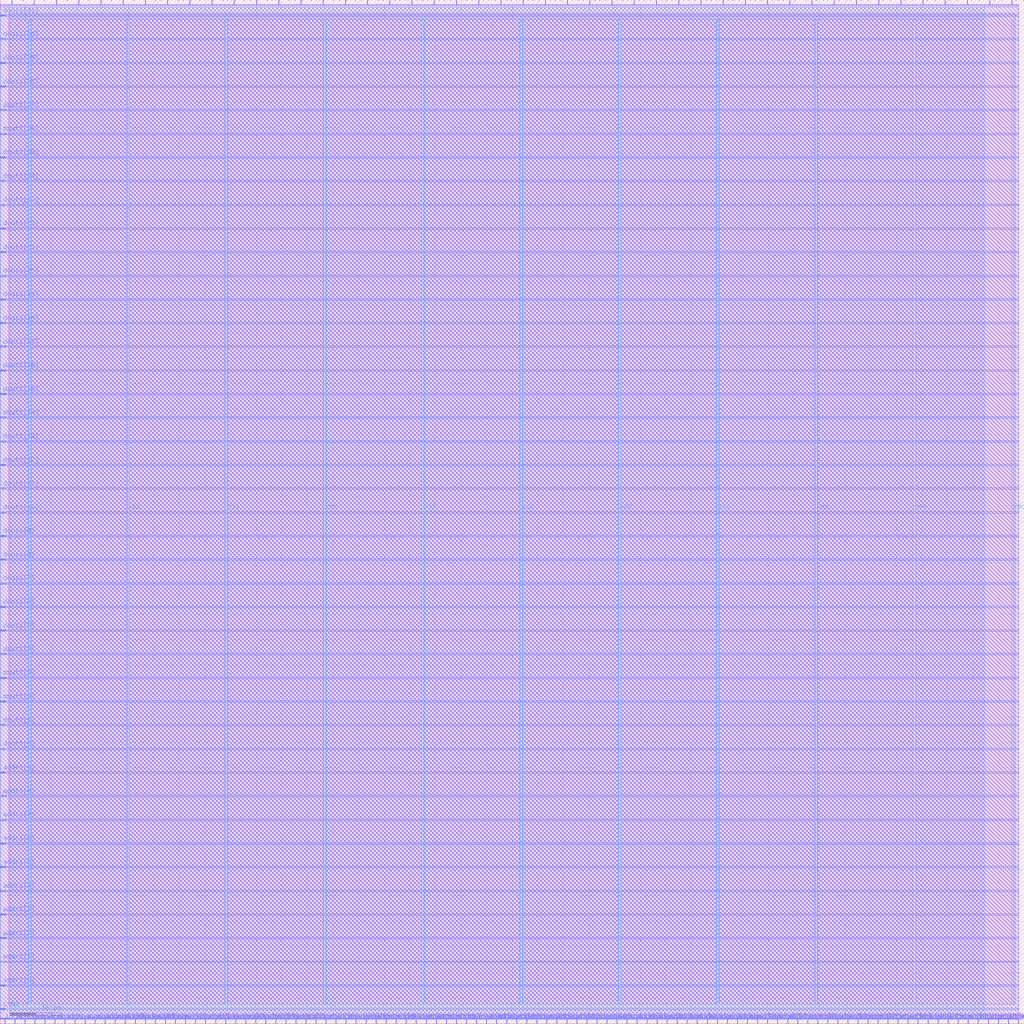
<source format=lef>
VERSION 5.7 ;
  NOWIREEXTENSIONATPIN ON ;
  DIVIDERCHAR "/" ;
  BUSBITCHARS "[]" ;
MACRO wfg_top
  CLASS BLOCK ;
  FOREIGN wfg_top ;
  ORIGIN 0.000 0.000 ;
  SIZE 800.000 BY 800.000 ;
  PIN addr1[0]
    DIRECTION OUTPUT TRISTATE ;
    USE SIGNAL ;
    PORT
      LAYER Metal3 ;
        RECT 0.000 29.680 4.000 30.240 ;
    END
  END addr1[0]
  PIN addr1[1]
    DIRECTION OUTPUT TRISTATE ;
    USE SIGNAL ;
    PORT
      LAYER Metal3 ;
        RECT 0.000 48.160 4.000 48.720 ;
    END
  END addr1[1]
  PIN addr1[2]
    DIRECTION OUTPUT TRISTATE ;
    USE SIGNAL ;
    PORT
      LAYER Metal3 ;
        RECT 0.000 66.640 4.000 67.200 ;
    END
  END addr1[2]
  PIN addr1[3]
    DIRECTION OUTPUT TRISTATE ;
    USE SIGNAL ;
    PORT
      LAYER Metal3 ;
        RECT 0.000 85.120 4.000 85.680 ;
    END
  END addr1[3]
  PIN addr1[4]
    DIRECTION OUTPUT TRISTATE ;
    USE SIGNAL ;
    PORT
      LAYER Metal3 ;
        RECT 0.000 103.600 4.000 104.160 ;
    END
  END addr1[4]
  PIN addr1[5]
    DIRECTION OUTPUT TRISTATE ;
    USE SIGNAL ;
    PORT
      LAYER Metal3 ;
        RECT 0.000 122.080 4.000 122.640 ;
    END
  END addr1[5]
  PIN addr1[6]
    DIRECTION OUTPUT TRISTATE ;
    USE SIGNAL ;
    PORT
      LAYER Metal3 ;
        RECT 0.000 140.560 4.000 141.120 ;
    END
  END addr1[6]
  PIN addr1[7]
    DIRECTION OUTPUT TRISTATE ;
    USE SIGNAL ;
    PORT
      LAYER Metal3 ;
        RECT 0.000 159.040 4.000 159.600 ;
    END
  END addr1[7]
  PIN addr1[8]
    DIRECTION OUTPUT TRISTATE ;
    USE SIGNAL ;
    PORT
      LAYER Metal3 ;
        RECT 0.000 177.520 4.000 178.080 ;
    END
  END addr1[8]
  PIN addr1[9]
    DIRECTION OUTPUT TRISTATE ;
    USE SIGNAL ;
    PORT
      LAYER Metal3 ;
        RECT 0.000 196.000 4.000 196.560 ;
    END
  END addr1[9]
  PIN csb1
    DIRECTION OUTPUT TRISTATE ;
    USE SIGNAL ;
    PORT
      LAYER Metal3 ;
        RECT 0.000 11.200 4.000 11.760 ;
    END
  END csb1
  PIN dout1[0]
    DIRECTION INPUT ;
    USE SIGNAL ;
    PORT
      LAYER Metal3 ;
        RECT 0.000 214.480 4.000 215.040 ;
    END
  END dout1[0]
  PIN dout1[10]
    DIRECTION INPUT ;
    USE SIGNAL ;
    PORT
      LAYER Metal3 ;
        RECT 0.000 399.280 4.000 399.840 ;
    END
  END dout1[10]
  PIN dout1[11]
    DIRECTION INPUT ;
    USE SIGNAL ;
    PORT
      LAYER Metal3 ;
        RECT 0.000 417.760 4.000 418.320 ;
    END
  END dout1[11]
  PIN dout1[12]
    DIRECTION INPUT ;
    USE SIGNAL ;
    PORT
      LAYER Metal3 ;
        RECT 0.000 436.240 4.000 436.800 ;
    END
  END dout1[12]
  PIN dout1[13]
    DIRECTION INPUT ;
    USE SIGNAL ;
    PORT
      LAYER Metal3 ;
        RECT 0.000 454.720 4.000 455.280 ;
    END
  END dout1[13]
  PIN dout1[14]
    DIRECTION INPUT ;
    USE SIGNAL ;
    PORT
      LAYER Metal3 ;
        RECT 0.000 473.200 4.000 473.760 ;
    END
  END dout1[14]
  PIN dout1[15]
    DIRECTION INPUT ;
    USE SIGNAL ;
    PORT
      LAYER Metal3 ;
        RECT 0.000 491.680 4.000 492.240 ;
    END
  END dout1[15]
  PIN dout1[16]
    DIRECTION INPUT ;
    USE SIGNAL ;
    PORT
      LAYER Metal3 ;
        RECT 0.000 510.160 4.000 510.720 ;
    END
  END dout1[16]
  PIN dout1[17]
    DIRECTION INPUT ;
    USE SIGNAL ;
    PORT
      LAYER Metal3 ;
        RECT 0.000 528.640 4.000 529.200 ;
    END
  END dout1[17]
  PIN dout1[18]
    DIRECTION INPUT ;
    USE SIGNAL ;
    PORT
      LAYER Metal3 ;
        RECT 0.000 547.120 4.000 547.680 ;
    END
  END dout1[18]
  PIN dout1[19]
    DIRECTION INPUT ;
    USE SIGNAL ;
    PORT
      LAYER Metal3 ;
        RECT 0.000 565.600 4.000 566.160 ;
    END
  END dout1[19]
  PIN dout1[1]
    DIRECTION INPUT ;
    USE SIGNAL ;
    PORT
      LAYER Metal3 ;
        RECT 0.000 232.960 4.000 233.520 ;
    END
  END dout1[1]
  PIN dout1[20]
    DIRECTION INPUT ;
    USE SIGNAL ;
    PORT
      LAYER Metal3 ;
        RECT 0.000 584.080 4.000 584.640 ;
    END
  END dout1[20]
  PIN dout1[21]
    DIRECTION INPUT ;
    USE SIGNAL ;
    PORT
      LAYER Metal3 ;
        RECT 0.000 602.560 4.000 603.120 ;
    END
  END dout1[21]
  PIN dout1[22]
    DIRECTION INPUT ;
    USE SIGNAL ;
    PORT
      LAYER Metal3 ;
        RECT 0.000 621.040 4.000 621.600 ;
    END
  END dout1[22]
  PIN dout1[23]
    DIRECTION INPUT ;
    USE SIGNAL ;
    PORT
      LAYER Metal3 ;
        RECT 0.000 639.520 4.000 640.080 ;
    END
  END dout1[23]
  PIN dout1[24]
    DIRECTION INPUT ;
    USE SIGNAL ;
    PORT
      LAYER Metal3 ;
        RECT 0.000 658.000 4.000 658.560 ;
    END
  END dout1[24]
  PIN dout1[25]
    DIRECTION INPUT ;
    USE SIGNAL ;
    PORT
      LAYER Metal3 ;
        RECT 0.000 676.480 4.000 677.040 ;
    END
  END dout1[25]
  PIN dout1[26]
    DIRECTION INPUT ;
    USE SIGNAL ;
    PORT
      LAYER Metal3 ;
        RECT 0.000 694.960 4.000 695.520 ;
    END
  END dout1[26]
  PIN dout1[27]
    DIRECTION INPUT ;
    USE SIGNAL ;
    PORT
      LAYER Metal3 ;
        RECT 0.000 713.440 4.000 714.000 ;
    END
  END dout1[27]
  PIN dout1[28]
    DIRECTION INPUT ;
    USE SIGNAL ;
    PORT
      LAYER Metal3 ;
        RECT 0.000 731.920 4.000 732.480 ;
    END
  END dout1[28]
  PIN dout1[29]
    DIRECTION INPUT ;
    USE SIGNAL ;
    PORT
      LAYER Metal3 ;
        RECT 0.000 750.400 4.000 750.960 ;
    END
  END dout1[29]
  PIN dout1[2]
    DIRECTION INPUT ;
    USE SIGNAL ;
    PORT
      LAYER Metal3 ;
        RECT 0.000 251.440 4.000 252.000 ;
    END
  END dout1[2]
  PIN dout1[30]
    DIRECTION INPUT ;
    USE SIGNAL ;
    PORT
      LAYER Metal3 ;
        RECT 0.000 768.880 4.000 769.440 ;
    END
  END dout1[30]
  PIN dout1[31]
    DIRECTION INPUT ;
    USE SIGNAL ;
    PORT
      LAYER Metal3 ;
        RECT 0.000 787.360 4.000 787.920 ;
    END
  END dout1[31]
  PIN dout1[3]
    DIRECTION INPUT ;
    USE SIGNAL ;
    PORT
      LAYER Metal3 ;
        RECT 0.000 269.920 4.000 270.480 ;
    END
  END dout1[3]
  PIN dout1[4]
    DIRECTION INPUT ;
    USE SIGNAL ;
    PORT
      LAYER Metal3 ;
        RECT 0.000 288.400 4.000 288.960 ;
    END
  END dout1[4]
  PIN dout1[5]
    DIRECTION INPUT ;
    USE SIGNAL ;
    PORT
      LAYER Metal3 ;
        RECT 0.000 306.880 4.000 307.440 ;
    END
  END dout1[5]
  PIN dout1[6]
    DIRECTION INPUT ;
    USE SIGNAL ;
    PORT
      LAYER Metal3 ;
        RECT 0.000 325.360 4.000 325.920 ;
    END
  END dout1[6]
  PIN dout1[7]
    DIRECTION INPUT ;
    USE SIGNAL ;
    PORT
      LAYER Metal3 ;
        RECT 0.000 343.840 4.000 344.400 ;
    END
  END dout1[7]
  PIN dout1[8]
    DIRECTION INPUT ;
    USE SIGNAL ;
    PORT
      LAYER Metal3 ;
        RECT 0.000 362.320 4.000 362.880 ;
    END
  END dout1[8]
  PIN dout1[9]
    DIRECTION INPUT ;
    USE SIGNAL ;
    PORT
      LAYER Metal3 ;
        RECT 0.000 380.800 4.000 381.360 ;
    END
  END dout1[9]
  PIN io_oeb[0]
    DIRECTION OUTPUT TRISTATE ;
    USE SIGNAL ;
    PORT
      LAYER Metal2 ;
        RECT 616.560 796.000 617.120 800.000 ;
    END
  END io_oeb[0]
  PIN io_oeb[10]
    DIRECTION OUTPUT TRISTATE ;
    USE SIGNAL ;
    PORT
      LAYER Metal2 ;
        RECT 790.160 796.000 790.720 800.000 ;
    END
  END io_oeb[10]
  PIN io_oeb[1]
    DIRECTION OUTPUT TRISTATE ;
    USE SIGNAL ;
    PORT
      LAYER Metal2 ;
        RECT 633.920 796.000 634.480 800.000 ;
    END
  END io_oeb[1]
  PIN io_oeb[2]
    DIRECTION OUTPUT TRISTATE ;
    USE SIGNAL ;
    PORT
      LAYER Metal2 ;
        RECT 651.280 796.000 651.840 800.000 ;
    END
  END io_oeb[2]
  PIN io_oeb[3]
    DIRECTION OUTPUT TRISTATE ;
    USE SIGNAL ;
    PORT
      LAYER Metal2 ;
        RECT 668.640 796.000 669.200 800.000 ;
    END
  END io_oeb[3]
  PIN io_oeb[4]
    DIRECTION OUTPUT TRISTATE ;
    USE SIGNAL ;
    PORT
      LAYER Metal2 ;
        RECT 686.000 796.000 686.560 800.000 ;
    END
  END io_oeb[4]
  PIN io_oeb[5]
    DIRECTION OUTPUT TRISTATE ;
    USE SIGNAL ;
    PORT
      LAYER Metal2 ;
        RECT 703.360 796.000 703.920 800.000 ;
    END
  END io_oeb[5]
  PIN io_oeb[6]
    DIRECTION OUTPUT TRISTATE ;
    USE SIGNAL ;
    PORT
      LAYER Metal2 ;
        RECT 720.720 796.000 721.280 800.000 ;
    END
  END io_oeb[6]
  PIN io_oeb[7]
    DIRECTION OUTPUT TRISTATE ;
    USE SIGNAL ;
    PORT
      LAYER Metal2 ;
        RECT 738.080 796.000 738.640 800.000 ;
    END
  END io_oeb[7]
  PIN io_oeb[8]
    DIRECTION OUTPUT TRISTATE ;
    USE SIGNAL ;
    PORT
      LAYER Metal2 ;
        RECT 755.440 796.000 756.000 800.000 ;
    END
  END io_oeb[8]
  PIN io_oeb[9]
    DIRECTION OUTPUT TRISTATE ;
    USE SIGNAL ;
    PORT
      LAYER Metal2 ;
        RECT 772.800 796.000 773.360 800.000 ;
    END
  END io_oeb[9]
  PIN io_wbs_ack
    DIRECTION OUTPUT TRISTATE ;
    USE SIGNAL ;
    PORT
      LAYER Metal2 ;
        RECT 3.360 0.000 3.920 4.000 ;
    END
  END io_wbs_ack
  PIN io_wbs_adr[0]
    DIRECTION INPUT ;
    USE SIGNAL ;
    PORT
      LAYER Metal2 ;
        RECT 50.400 0.000 50.960 4.000 ;
    END
  END io_wbs_adr[0]
  PIN io_wbs_adr[10]
    DIRECTION INPUT ;
    USE SIGNAL ;
    PORT
      LAYER Metal2 ;
        RECT 285.600 0.000 286.160 4.000 ;
    END
  END io_wbs_adr[10]
  PIN io_wbs_adr[11]
    DIRECTION INPUT ;
    USE SIGNAL ;
    PORT
      LAYER Metal2 ;
        RECT 309.120 0.000 309.680 4.000 ;
    END
  END io_wbs_adr[11]
  PIN io_wbs_adr[12]
    DIRECTION INPUT ;
    USE SIGNAL ;
    PORT
      LAYER Metal2 ;
        RECT 332.640 0.000 333.200 4.000 ;
    END
  END io_wbs_adr[12]
  PIN io_wbs_adr[13]
    DIRECTION INPUT ;
    USE SIGNAL ;
    PORT
      LAYER Metal2 ;
        RECT 356.160 0.000 356.720 4.000 ;
    END
  END io_wbs_adr[13]
  PIN io_wbs_adr[14]
    DIRECTION INPUT ;
    USE SIGNAL ;
    PORT
      LAYER Metal2 ;
        RECT 379.680 0.000 380.240 4.000 ;
    END
  END io_wbs_adr[14]
  PIN io_wbs_adr[15]
    DIRECTION INPUT ;
    USE SIGNAL ;
    PORT
      LAYER Metal2 ;
        RECT 403.200 0.000 403.760 4.000 ;
    END
  END io_wbs_adr[15]
  PIN io_wbs_adr[16]
    DIRECTION INPUT ;
    USE SIGNAL ;
    PORT
      LAYER Metal2 ;
        RECT 426.720 0.000 427.280 4.000 ;
    END
  END io_wbs_adr[16]
  PIN io_wbs_adr[17]
    DIRECTION INPUT ;
    USE SIGNAL ;
    PORT
      LAYER Metal2 ;
        RECT 450.240 0.000 450.800 4.000 ;
    END
  END io_wbs_adr[17]
  PIN io_wbs_adr[18]
    DIRECTION INPUT ;
    USE SIGNAL ;
    PORT
      LAYER Metal2 ;
        RECT 473.760 0.000 474.320 4.000 ;
    END
  END io_wbs_adr[18]
  PIN io_wbs_adr[19]
    DIRECTION INPUT ;
    USE SIGNAL ;
    PORT
      LAYER Metal2 ;
        RECT 497.280 0.000 497.840 4.000 ;
    END
  END io_wbs_adr[19]
  PIN io_wbs_adr[1]
    DIRECTION INPUT ;
    USE SIGNAL ;
    PORT
      LAYER Metal2 ;
        RECT 73.920 0.000 74.480 4.000 ;
    END
  END io_wbs_adr[1]
  PIN io_wbs_adr[20]
    DIRECTION INPUT ;
    USE SIGNAL ;
    PORT
      LAYER Metal2 ;
        RECT 520.800 0.000 521.360 4.000 ;
    END
  END io_wbs_adr[20]
  PIN io_wbs_adr[21]
    DIRECTION INPUT ;
    USE SIGNAL ;
    PORT
      LAYER Metal2 ;
        RECT 544.320 0.000 544.880 4.000 ;
    END
  END io_wbs_adr[21]
  PIN io_wbs_adr[22]
    DIRECTION INPUT ;
    USE SIGNAL ;
    PORT
      LAYER Metal2 ;
        RECT 567.840 0.000 568.400 4.000 ;
    END
  END io_wbs_adr[22]
  PIN io_wbs_adr[23]
    DIRECTION INPUT ;
    USE SIGNAL ;
    PORT
      LAYER Metal2 ;
        RECT 591.360 0.000 591.920 4.000 ;
    END
  END io_wbs_adr[23]
  PIN io_wbs_adr[24]
    DIRECTION INPUT ;
    USE SIGNAL ;
    PORT
      LAYER Metal2 ;
        RECT 614.880 0.000 615.440 4.000 ;
    END
  END io_wbs_adr[24]
  PIN io_wbs_adr[25]
    DIRECTION INPUT ;
    USE SIGNAL ;
    PORT
      LAYER Metal2 ;
        RECT 638.400 0.000 638.960 4.000 ;
    END
  END io_wbs_adr[25]
  PIN io_wbs_adr[26]
    DIRECTION INPUT ;
    USE SIGNAL ;
    PORT
      LAYER Metal2 ;
        RECT 661.920 0.000 662.480 4.000 ;
    END
  END io_wbs_adr[26]
  PIN io_wbs_adr[27]
    DIRECTION INPUT ;
    USE SIGNAL ;
    PORT
      LAYER Metal2 ;
        RECT 685.440 0.000 686.000 4.000 ;
    END
  END io_wbs_adr[27]
  PIN io_wbs_adr[28]
    DIRECTION INPUT ;
    USE SIGNAL ;
    PORT
      LAYER Metal2 ;
        RECT 708.960 0.000 709.520 4.000 ;
    END
  END io_wbs_adr[28]
  PIN io_wbs_adr[29]
    DIRECTION INPUT ;
    USE SIGNAL ;
    PORT
      LAYER Metal2 ;
        RECT 732.480 0.000 733.040 4.000 ;
    END
  END io_wbs_adr[29]
  PIN io_wbs_adr[2]
    DIRECTION INPUT ;
    USE SIGNAL ;
    PORT
      LAYER Metal2 ;
        RECT 97.440 0.000 98.000 4.000 ;
    END
  END io_wbs_adr[2]
  PIN io_wbs_adr[30]
    DIRECTION INPUT ;
    USE SIGNAL ;
    PORT
      LAYER Metal2 ;
        RECT 756.000 0.000 756.560 4.000 ;
    END
  END io_wbs_adr[30]
  PIN io_wbs_adr[31]
    DIRECTION INPUT ;
    USE SIGNAL ;
    PORT
      LAYER Metal2 ;
        RECT 779.520 0.000 780.080 4.000 ;
    END
  END io_wbs_adr[31]
  PIN io_wbs_adr[3]
    DIRECTION INPUT ;
    USE SIGNAL ;
    PORT
      LAYER Metal2 ;
        RECT 120.960 0.000 121.520 4.000 ;
    END
  END io_wbs_adr[3]
  PIN io_wbs_adr[4]
    DIRECTION INPUT ;
    USE SIGNAL ;
    PORT
      LAYER Metal2 ;
        RECT 144.480 0.000 145.040 4.000 ;
    END
  END io_wbs_adr[4]
  PIN io_wbs_adr[5]
    DIRECTION INPUT ;
    USE SIGNAL ;
    PORT
      LAYER Metal2 ;
        RECT 168.000 0.000 168.560 4.000 ;
    END
  END io_wbs_adr[5]
  PIN io_wbs_adr[6]
    DIRECTION INPUT ;
    USE SIGNAL ;
    PORT
      LAYER Metal2 ;
        RECT 191.520 0.000 192.080 4.000 ;
    END
  END io_wbs_adr[6]
  PIN io_wbs_adr[7]
    DIRECTION INPUT ;
    USE SIGNAL ;
    PORT
      LAYER Metal2 ;
        RECT 215.040 0.000 215.600 4.000 ;
    END
  END io_wbs_adr[7]
  PIN io_wbs_adr[8]
    DIRECTION INPUT ;
    USE SIGNAL ;
    PORT
      LAYER Metal2 ;
        RECT 238.560 0.000 239.120 4.000 ;
    END
  END io_wbs_adr[8]
  PIN io_wbs_adr[9]
    DIRECTION INPUT ;
    USE SIGNAL ;
    PORT
      LAYER Metal2 ;
        RECT 262.080 0.000 262.640 4.000 ;
    END
  END io_wbs_adr[9]
  PIN io_wbs_clk
    DIRECTION INPUT ;
    USE SIGNAL ;
    PORT
      LAYER Metal2 ;
        RECT 11.200 0.000 11.760 4.000 ;
    END
  END io_wbs_clk
  PIN io_wbs_cyc
    DIRECTION INPUT ;
    USE SIGNAL ;
    PORT
      LAYER Metal2 ;
        RECT 19.040 0.000 19.600 4.000 ;
    END
  END io_wbs_cyc
  PIN io_wbs_datrd[0]
    DIRECTION OUTPUT TRISTATE ;
    USE SIGNAL ;
    PORT
      LAYER Metal2 ;
        RECT 58.240 0.000 58.800 4.000 ;
    END
  END io_wbs_datrd[0]
  PIN io_wbs_datrd[10]
    DIRECTION OUTPUT TRISTATE ;
    USE SIGNAL ;
    PORT
      LAYER Metal2 ;
        RECT 293.440 0.000 294.000 4.000 ;
    END
  END io_wbs_datrd[10]
  PIN io_wbs_datrd[11]
    DIRECTION OUTPUT TRISTATE ;
    USE SIGNAL ;
    PORT
      LAYER Metal2 ;
        RECT 316.960 0.000 317.520 4.000 ;
    END
  END io_wbs_datrd[11]
  PIN io_wbs_datrd[12]
    DIRECTION OUTPUT TRISTATE ;
    USE SIGNAL ;
    PORT
      LAYER Metal2 ;
        RECT 340.480 0.000 341.040 4.000 ;
    END
  END io_wbs_datrd[12]
  PIN io_wbs_datrd[13]
    DIRECTION OUTPUT TRISTATE ;
    USE SIGNAL ;
    PORT
      LAYER Metal2 ;
        RECT 364.000 0.000 364.560 4.000 ;
    END
  END io_wbs_datrd[13]
  PIN io_wbs_datrd[14]
    DIRECTION OUTPUT TRISTATE ;
    USE SIGNAL ;
    PORT
      LAYER Metal2 ;
        RECT 387.520 0.000 388.080 4.000 ;
    END
  END io_wbs_datrd[14]
  PIN io_wbs_datrd[15]
    DIRECTION OUTPUT TRISTATE ;
    USE SIGNAL ;
    PORT
      LAYER Metal2 ;
        RECT 411.040 0.000 411.600 4.000 ;
    END
  END io_wbs_datrd[15]
  PIN io_wbs_datrd[16]
    DIRECTION OUTPUT TRISTATE ;
    USE SIGNAL ;
    PORT
      LAYER Metal2 ;
        RECT 434.560 0.000 435.120 4.000 ;
    END
  END io_wbs_datrd[16]
  PIN io_wbs_datrd[17]
    DIRECTION OUTPUT TRISTATE ;
    USE SIGNAL ;
    PORT
      LAYER Metal2 ;
        RECT 458.080 0.000 458.640 4.000 ;
    END
  END io_wbs_datrd[17]
  PIN io_wbs_datrd[18]
    DIRECTION OUTPUT TRISTATE ;
    USE SIGNAL ;
    PORT
      LAYER Metal2 ;
        RECT 481.600 0.000 482.160 4.000 ;
    END
  END io_wbs_datrd[18]
  PIN io_wbs_datrd[19]
    DIRECTION OUTPUT TRISTATE ;
    USE SIGNAL ;
    PORT
      LAYER Metal2 ;
        RECT 505.120 0.000 505.680 4.000 ;
    END
  END io_wbs_datrd[19]
  PIN io_wbs_datrd[1]
    DIRECTION OUTPUT TRISTATE ;
    USE SIGNAL ;
    PORT
      LAYER Metal2 ;
        RECT 81.760 0.000 82.320 4.000 ;
    END
  END io_wbs_datrd[1]
  PIN io_wbs_datrd[20]
    DIRECTION OUTPUT TRISTATE ;
    USE SIGNAL ;
    PORT
      LAYER Metal2 ;
        RECT 528.640 0.000 529.200 4.000 ;
    END
  END io_wbs_datrd[20]
  PIN io_wbs_datrd[21]
    DIRECTION OUTPUT TRISTATE ;
    USE SIGNAL ;
    PORT
      LAYER Metal2 ;
        RECT 552.160 0.000 552.720 4.000 ;
    END
  END io_wbs_datrd[21]
  PIN io_wbs_datrd[22]
    DIRECTION OUTPUT TRISTATE ;
    USE SIGNAL ;
    PORT
      LAYER Metal2 ;
        RECT 575.680 0.000 576.240 4.000 ;
    END
  END io_wbs_datrd[22]
  PIN io_wbs_datrd[23]
    DIRECTION OUTPUT TRISTATE ;
    USE SIGNAL ;
    PORT
      LAYER Metal2 ;
        RECT 599.200 0.000 599.760 4.000 ;
    END
  END io_wbs_datrd[23]
  PIN io_wbs_datrd[24]
    DIRECTION OUTPUT TRISTATE ;
    USE SIGNAL ;
    PORT
      LAYER Metal2 ;
        RECT 622.720 0.000 623.280 4.000 ;
    END
  END io_wbs_datrd[24]
  PIN io_wbs_datrd[25]
    DIRECTION OUTPUT TRISTATE ;
    USE SIGNAL ;
    PORT
      LAYER Metal2 ;
        RECT 646.240 0.000 646.800 4.000 ;
    END
  END io_wbs_datrd[25]
  PIN io_wbs_datrd[26]
    DIRECTION OUTPUT TRISTATE ;
    USE SIGNAL ;
    PORT
      LAYER Metal2 ;
        RECT 669.760 0.000 670.320 4.000 ;
    END
  END io_wbs_datrd[26]
  PIN io_wbs_datrd[27]
    DIRECTION OUTPUT TRISTATE ;
    USE SIGNAL ;
    PORT
      LAYER Metal2 ;
        RECT 693.280 0.000 693.840 4.000 ;
    END
  END io_wbs_datrd[27]
  PIN io_wbs_datrd[28]
    DIRECTION OUTPUT TRISTATE ;
    USE SIGNAL ;
    PORT
      LAYER Metal2 ;
        RECT 716.800 0.000 717.360 4.000 ;
    END
  END io_wbs_datrd[28]
  PIN io_wbs_datrd[29]
    DIRECTION OUTPUT TRISTATE ;
    USE SIGNAL ;
    PORT
      LAYER Metal2 ;
        RECT 740.320 0.000 740.880 4.000 ;
    END
  END io_wbs_datrd[29]
  PIN io_wbs_datrd[2]
    DIRECTION OUTPUT TRISTATE ;
    USE SIGNAL ;
    PORT
      LAYER Metal2 ;
        RECT 105.280 0.000 105.840 4.000 ;
    END
  END io_wbs_datrd[2]
  PIN io_wbs_datrd[30]
    DIRECTION OUTPUT TRISTATE ;
    USE SIGNAL ;
    PORT
      LAYER Metal2 ;
        RECT 763.840 0.000 764.400 4.000 ;
    END
  END io_wbs_datrd[30]
  PIN io_wbs_datrd[31]
    DIRECTION OUTPUT TRISTATE ;
    USE SIGNAL ;
    PORT
      LAYER Metal2 ;
        RECT 787.360 0.000 787.920 4.000 ;
    END
  END io_wbs_datrd[31]
  PIN io_wbs_datrd[3]
    DIRECTION OUTPUT TRISTATE ;
    USE SIGNAL ;
    PORT
      LAYER Metal2 ;
        RECT 128.800 0.000 129.360 4.000 ;
    END
  END io_wbs_datrd[3]
  PIN io_wbs_datrd[4]
    DIRECTION OUTPUT TRISTATE ;
    USE SIGNAL ;
    PORT
      LAYER Metal2 ;
        RECT 152.320 0.000 152.880 4.000 ;
    END
  END io_wbs_datrd[4]
  PIN io_wbs_datrd[5]
    DIRECTION OUTPUT TRISTATE ;
    USE SIGNAL ;
    PORT
      LAYER Metal2 ;
        RECT 175.840 0.000 176.400 4.000 ;
    END
  END io_wbs_datrd[5]
  PIN io_wbs_datrd[6]
    DIRECTION OUTPUT TRISTATE ;
    USE SIGNAL ;
    PORT
      LAYER Metal2 ;
        RECT 199.360 0.000 199.920 4.000 ;
    END
  END io_wbs_datrd[6]
  PIN io_wbs_datrd[7]
    DIRECTION OUTPUT TRISTATE ;
    USE SIGNAL ;
    PORT
      LAYER Metal2 ;
        RECT 222.880 0.000 223.440 4.000 ;
    END
  END io_wbs_datrd[7]
  PIN io_wbs_datrd[8]
    DIRECTION OUTPUT TRISTATE ;
    USE SIGNAL ;
    PORT
      LAYER Metal2 ;
        RECT 246.400 0.000 246.960 4.000 ;
    END
  END io_wbs_datrd[8]
  PIN io_wbs_datrd[9]
    DIRECTION OUTPUT TRISTATE ;
    USE SIGNAL ;
    PORT
      LAYER Metal2 ;
        RECT 269.920 0.000 270.480 4.000 ;
    END
  END io_wbs_datrd[9]
  PIN io_wbs_datwr[0]
    DIRECTION INPUT ;
    USE SIGNAL ;
    PORT
      LAYER Metal2 ;
        RECT 66.080 0.000 66.640 4.000 ;
    END
  END io_wbs_datwr[0]
  PIN io_wbs_datwr[10]
    DIRECTION INPUT ;
    USE SIGNAL ;
    PORT
      LAYER Metal2 ;
        RECT 301.280 0.000 301.840 4.000 ;
    END
  END io_wbs_datwr[10]
  PIN io_wbs_datwr[11]
    DIRECTION INPUT ;
    USE SIGNAL ;
    PORT
      LAYER Metal2 ;
        RECT 324.800 0.000 325.360 4.000 ;
    END
  END io_wbs_datwr[11]
  PIN io_wbs_datwr[12]
    DIRECTION INPUT ;
    USE SIGNAL ;
    PORT
      LAYER Metal2 ;
        RECT 348.320 0.000 348.880 4.000 ;
    END
  END io_wbs_datwr[12]
  PIN io_wbs_datwr[13]
    DIRECTION INPUT ;
    USE SIGNAL ;
    PORT
      LAYER Metal2 ;
        RECT 371.840 0.000 372.400 4.000 ;
    END
  END io_wbs_datwr[13]
  PIN io_wbs_datwr[14]
    DIRECTION INPUT ;
    USE SIGNAL ;
    PORT
      LAYER Metal2 ;
        RECT 395.360 0.000 395.920 4.000 ;
    END
  END io_wbs_datwr[14]
  PIN io_wbs_datwr[15]
    DIRECTION INPUT ;
    USE SIGNAL ;
    PORT
      LAYER Metal2 ;
        RECT 418.880 0.000 419.440 4.000 ;
    END
  END io_wbs_datwr[15]
  PIN io_wbs_datwr[16]
    DIRECTION INPUT ;
    USE SIGNAL ;
    PORT
      LAYER Metal2 ;
        RECT 442.400 0.000 442.960 4.000 ;
    END
  END io_wbs_datwr[16]
  PIN io_wbs_datwr[17]
    DIRECTION INPUT ;
    USE SIGNAL ;
    PORT
      LAYER Metal2 ;
        RECT 465.920 0.000 466.480 4.000 ;
    END
  END io_wbs_datwr[17]
  PIN io_wbs_datwr[18]
    DIRECTION INPUT ;
    USE SIGNAL ;
    PORT
      LAYER Metal2 ;
        RECT 489.440 0.000 490.000 4.000 ;
    END
  END io_wbs_datwr[18]
  PIN io_wbs_datwr[19]
    DIRECTION INPUT ;
    USE SIGNAL ;
    PORT
      LAYER Metal2 ;
        RECT 512.960 0.000 513.520 4.000 ;
    END
  END io_wbs_datwr[19]
  PIN io_wbs_datwr[1]
    DIRECTION INPUT ;
    USE SIGNAL ;
    PORT
      LAYER Metal2 ;
        RECT 89.600 0.000 90.160 4.000 ;
    END
  END io_wbs_datwr[1]
  PIN io_wbs_datwr[20]
    DIRECTION INPUT ;
    USE SIGNAL ;
    PORT
      LAYER Metal2 ;
        RECT 536.480 0.000 537.040 4.000 ;
    END
  END io_wbs_datwr[20]
  PIN io_wbs_datwr[21]
    DIRECTION INPUT ;
    USE SIGNAL ;
    PORT
      LAYER Metal2 ;
        RECT 560.000 0.000 560.560 4.000 ;
    END
  END io_wbs_datwr[21]
  PIN io_wbs_datwr[22]
    DIRECTION INPUT ;
    USE SIGNAL ;
    PORT
      LAYER Metal2 ;
        RECT 583.520 0.000 584.080 4.000 ;
    END
  END io_wbs_datwr[22]
  PIN io_wbs_datwr[23]
    DIRECTION INPUT ;
    USE SIGNAL ;
    PORT
      LAYER Metal2 ;
        RECT 607.040 0.000 607.600 4.000 ;
    END
  END io_wbs_datwr[23]
  PIN io_wbs_datwr[24]
    DIRECTION INPUT ;
    USE SIGNAL ;
    PORT
      LAYER Metal2 ;
        RECT 630.560 0.000 631.120 4.000 ;
    END
  END io_wbs_datwr[24]
  PIN io_wbs_datwr[25]
    DIRECTION INPUT ;
    USE SIGNAL ;
    PORT
      LAYER Metal2 ;
        RECT 654.080 0.000 654.640 4.000 ;
    END
  END io_wbs_datwr[25]
  PIN io_wbs_datwr[26]
    DIRECTION INPUT ;
    USE SIGNAL ;
    PORT
      LAYER Metal2 ;
        RECT 677.600 0.000 678.160 4.000 ;
    END
  END io_wbs_datwr[26]
  PIN io_wbs_datwr[27]
    DIRECTION INPUT ;
    USE SIGNAL ;
    PORT
      LAYER Metal2 ;
        RECT 701.120 0.000 701.680 4.000 ;
    END
  END io_wbs_datwr[27]
  PIN io_wbs_datwr[28]
    DIRECTION INPUT ;
    USE SIGNAL ;
    PORT
      LAYER Metal2 ;
        RECT 724.640 0.000 725.200 4.000 ;
    END
  END io_wbs_datwr[28]
  PIN io_wbs_datwr[29]
    DIRECTION INPUT ;
    USE SIGNAL ;
    PORT
      LAYER Metal2 ;
        RECT 748.160 0.000 748.720 4.000 ;
    END
  END io_wbs_datwr[29]
  PIN io_wbs_datwr[2]
    DIRECTION INPUT ;
    USE SIGNAL ;
    PORT
      LAYER Metal2 ;
        RECT 113.120 0.000 113.680 4.000 ;
    END
  END io_wbs_datwr[2]
  PIN io_wbs_datwr[30]
    DIRECTION INPUT ;
    USE SIGNAL ;
    PORT
      LAYER Metal2 ;
        RECT 771.680 0.000 772.240 4.000 ;
    END
  END io_wbs_datwr[30]
  PIN io_wbs_datwr[31]
    DIRECTION INPUT ;
    USE SIGNAL ;
    PORT
      LAYER Metal2 ;
        RECT 795.200 0.000 795.760 4.000 ;
    END
  END io_wbs_datwr[31]
  PIN io_wbs_datwr[3]
    DIRECTION INPUT ;
    USE SIGNAL ;
    PORT
      LAYER Metal2 ;
        RECT 136.640 0.000 137.200 4.000 ;
    END
  END io_wbs_datwr[3]
  PIN io_wbs_datwr[4]
    DIRECTION INPUT ;
    USE SIGNAL ;
    PORT
      LAYER Metal2 ;
        RECT 160.160 0.000 160.720 4.000 ;
    END
  END io_wbs_datwr[4]
  PIN io_wbs_datwr[5]
    DIRECTION INPUT ;
    USE SIGNAL ;
    PORT
      LAYER Metal2 ;
        RECT 183.680 0.000 184.240 4.000 ;
    END
  END io_wbs_datwr[5]
  PIN io_wbs_datwr[6]
    DIRECTION INPUT ;
    USE SIGNAL ;
    PORT
      LAYER Metal2 ;
        RECT 207.200 0.000 207.760 4.000 ;
    END
  END io_wbs_datwr[6]
  PIN io_wbs_datwr[7]
    DIRECTION INPUT ;
    USE SIGNAL ;
    PORT
      LAYER Metal2 ;
        RECT 230.720 0.000 231.280 4.000 ;
    END
  END io_wbs_datwr[7]
  PIN io_wbs_datwr[8]
    DIRECTION INPUT ;
    USE SIGNAL ;
    PORT
      LAYER Metal2 ;
        RECT 254.240 0.000 254.800 4.000 ;
    END
  END io_wbs_datwr[8]
  PIN io_wbs_datwr[9]
    DIRECTION INPUT ;
    USE SIGNAL ;
    PORT
      LAYER Metal2 ;
        RECT 277.760 0.000 278.320 4.000 ;
    END
  END io_wbs_datwr[9]
  PIN io_wbs_rst
    DIRECTION INPUT ;
    USE SIGNAL ;
    PORT
      LAYER Metal2 ;
        RECT 26.880 0.000 27.440 4.000 ;
    END
  END io_wbs_rst
  PIN io_wbs_stb
    DIRECTION INPUT ;
    USE SIGNAL ;
    PORT
      LAYER Metal2 ;
        RECT 34.720 0.000 35.280 4.000 ;
    END
  END io_wbs_stb
  PIN io_wbs_we
    DIRECTION INPUT ;
    USE SIGNAL ;
    PORT
      LAYER Metal2 ;
        RECT 42.560 0.000 43.120 4.000 ;
    END
  END io_wbs_we
  PIN vdd
    DIRECTION INOUT ;
    USE POWER ;
    PORT
      LAYER Metal4 ;
        RECT 22.240 15.380 23.840 784.300 ;
    END
    PORT
      LAYER Metal4 ;
        RECT 175.840 15.380 177.440 784.300 ;
    END
    PORT
      LAYER Metal4 ;
        RECT 329.440 15.380 331.040 784.300 ;
    END
    PORT
      LAYER Metal4 ;
        RECT 483.040 15.380 484.640 784.300 ;
    END
    PORT
      LAYER Metal4 ;
        RECT 636.640 15.380 638.240 784.300 ;
    END
    PORT
      LAYER Metal4 ;
        RECT 790.240 15.380 791.840 784.300 ;
    END
  END vdd
  PIN vss
    DIRECTION INOUT ;
    USE GROUND ;
    PORT
      LAYER Metal4 ;
        RECT 99.040 15.380 100.640 784.300 ;
    END
    PORT
      LAYER Metal4 ;
        RECT 252.640 15.380 254.240 784.300 ;
    END
    PORT
      LAYER Metal4 ;
        RECT 406.240 15.380 407.840 784.300 ;
    END
    PORT
      LAYER Metal4 ;
        RECT 559.840 15.380 561.440 784.300 ;
    END
    PORT
      LAYER Metal4 ;
        RECT 713.440 15.380 715.040 784.300 ;
    END
  END vss
  PIN wfg_drive_pat_dout_o[0]
    DIRECTION OUTPUT TRISTATE ;
    USE SIGNAL ;
    PORT
      LAYER Metal2 ;
        RECT 61.040 796.000 61.600 800.000 ;
    END
  END wfg_drive_pat_dout_o[0]
  PIN wfg_drive_pat_dout_o[10]
    DIRECTION OUTPUT TRISTATE ;
    USE SIGNAL ;
    PORT
      LAYER Metal2 ;
        RECT 234.640 796.000 235.200 800.000 ;
    END
  END wfg_drive_pat_dout_o[10]
  PIN wfg_drive_pat_dout_o[11]
    DIRECTION OUTPUT TRISTATE ;
    USE SIGNAL ;
    PORT
      LAYER Metal2 ;
        RECT 252.000 796.000 252.560 800.000 ;
    END
  END wfg_drive_pat_dout_o[11]
  PIN wfg_drive_pat_dout_o[12]
    DIRECTION OUTPUT TRISTATE ;
    USE SIGNAL ;
    PORT
      LAYER Metal2 ;
        RECT 269.360 796.000 269.920 800.000 ;
    END
  END wfg_drive_pat_dout_o[12]
  PIN wfg_drive_pat_dout_o[13]
    DIRECTION OUTPUT TRISTATE ;
    USE SIGNAL ;
    PORT
      LAYER Metal2 ;
        RECT 286.720 796.000 287.280 800.000 ;
    END
  END wfg_drive_pat_dout_o[13]
  PIN wfg_drive_pat_dout_o[14]
    DIRECTION OUTPUT TRISTATE ;
    USE SIGNAL ;
    PORT
      LAYER Metal2 ;
        RECT 304.080 796.000 304.640 800.000 ;
    END
  END wfg_drive_pat_dout_o[14]
  PIN wfg_drive_pat_dout_o[15]
    DIRECTION OUTPUT TRISTATE ;
    USE SIGNAL ;
    PORT
      LAYER Metal2 ;
        RECT 321.440 796.000 322.000 800.000 ;
    END
  END wfg_drive_pat_dout_o[15]
  PIN wfg_drive_pat_dout_o[16]
    DIRECTION OUTPUT TRISTATE ;
    USE SIGNAL ;
    PORT
      LAYER Metal2 ;
        RECT 338.800 796.000 339.360 800.000 ;
    END
  END wfg_drive_pat_dout_o[16]
  PIN wfg_drive_pat_dout_o[17]
    DIRECTION OUTPUT TRISTATE ;
    USE SIGNAL ;
    PORT
      LAYER Metal2 ;
        RECT 356.160 796.000 356.720 800.000 ;
    END
  END wfg_drive_pat_dout_o[17]
  PIN wfg_drive_pat_dout_o[18]
    DIRECTION OUTPUT TRISTATE ;
    USE SIGNAL ;
    PORT
      LAYER Metal2 ;
        RECT 373.520 796.000 374.080 800.000 ;
    END
  END wfg_drive_pat_dout_o[18]
  PIN wfg_drive_pat_dout_o[19]
    DIRECTION OUTPUT TRISTATE ;
    USE SIGNAL ;
    PORT
      LAYER Metal2 ;
        RECT 390.880 796.000 391.440 800.000 ;
    END
  END wfg_drive_pat_dout_o[19]
  PIN wfg_drive_pat_dout_o[1]
    DIRECTION OUTPUT TRISTATE ;
    USE SIGNAL ;
    PORT
      LAYER Metal2 ;
        RECT 78.400 796.000 78.960 800.000 ;
    END
  END wfg_drive_pat_dout_o[1]
  PIN wfg_drive_pat_dout_o[20]
    DIRECTION OUTPUT TRISTATE ;
    USE SIGNAL ;
    PORT
      LAYER Metal2 ;
        RECT 408.240 796.000 408.800 800.000 ;
    END
  END wfg_drive_pat_dout_o[20]
  PIN wfg_drive_pat_dout_o[21]
    DIRECTION OUTPUT TRISTATE ;
    USE SIGNAL ;
    PORT
      LAYER Metal2 ;
        RECT 425.600 796.000 426.160 800.000 ;
    END
  END wfg_drive_pat_dout_o[21]
  PIN wfg_drive_pat_dout_o[22]
    DIRECTION OUTPUT TRISTATE ;
    USE SIGNAL ;
    PORT
      LAYER Metal2 ;
        RECT 442.960 796.000 443.520 800.000 ;
    END
  END wfg_drive_pat_dout_o[22]
  PIN wfg_drive_pat_dout_o[23]
    DIRECTION OUTPUT TRISTATE ;
    USE SIGNAL ;
    PORT
      LAYER Metal2 ;
        RECT 460.320 796.000 460.880 800.000 ;
    END
  END wfg_drive_pat_dout_o[23]
  PIN wfg_drive_pat_dout_o[24]
    DIRECTION OUTPUT TRISTATE ;
    USE SIGNAL ;
    PORT
      LAYER Metal2 ;
        RECT 477.680 796.000 478.240 800.000 ;
    END
  END wfg_drive_pat_dout_o[24]
  PIN wfg_drive_pat_dout_o[25]
    DIRECTION OUTPUT TRISTATE ;
    USE SIGNAL ;
    PORT
      LAYER Metal2 ;
        RECT 495.040 796.000 495.600 800.000 ;
    END
  END wfg_drive_pat_dout_o[25]
  PIN wfg_drive_pat_dout_o[26]
    DIRECTION OUTPUT TRISTATE ;
    USE SIGNAL ;
    PORT
      LAYER Metal2 ;
        RECT 512.400 796.000 512.960 800.000 ;
    END
  END wfg_drive_pat_dout_o[26]
  PIN wfg_drive_pat_dout_o[27]
    DIRECTION OUTPUT TRISTATE ;
    USE SIGNAL ;
    PORT
      LAYER Metal2 ;
        RECT 529.760 796.000 530.320 800.000 ;
    END
  END wfg_drive_pat_dout_o[27]
  PIN wfg_drive_pat_dout_o[28]
    DIRECTION OUTPUT TRISTATE ;
    USE SIGNAL ;
    PORT
      LAYER Metal2 ;
        RECT 547.120 796.000 547.680 800.000 ;
    END
  END wfg_drive_pat_dout_o[28]
  PIN wfg_drive_pat_dout_o[29]
    DIRECTION OUTPUT TRISTATE ;
    USE SIGNAL ;
    PORT
      LAYER Metal2 ;
        RECT 564.480 796.000 565.040 800.000 ;
    END
  END wfg_drive_pat_dout_o[29]
  PIN wfg_drive_pat_dout_o[2]
    DIRECTION OUTPUT TRISTATE ;
    USE SIGNAL ;
    PORT
      LAYER Metal2 ;
        RECT 95.760 796.000 96.320 800.000 ;
    END
  END wfg_drive_pat_dout_o[2]
  PIN wfg_drive_pat_dout_o[30]
    DIRECTION OUTPUT TRISTATE ;
    USE SIGNAL ;
    PORT
      LAYER Metal2 ;
        RECT 581.840 796.000 582.400 800.000 ;
    END
  END wfg_drive_pat_dout_o[30]
  PIN wfg_drive_pat_dout_o[31]
    DIRECTION OUTPUT TRISTATE ;
    USE SIGNAL ;
    PORT
      LAYER Metal2 ;
        RECT 599.200 796.000 599.760 800.000 ;
    END
  END wfg_drive_pat_dout_o[31]
  PIN wfg_drive_pat_dout_o[3]
    DIRECTION OUTPUT TRISTATE ;
    USE SIGNAL ;
    PORT
      LAYER Metal2 ;
        RECT 113.120 796.000 113.680 800.000 ;
    END
  END wfg_drive_pat_dout_o[3]
  PIN wfg_drive_pat_dout_o[4]
    DIRECTION OUTPUT TRISTATE ;
    USE SIGNAL ;
    PORT
      LAYER Metal2 ;
        RECT 130.480 796.000 131.040 800.000 ;
    END
  END wfg_drive_pat_dout_o[4]
  PIN wfg_drive_pat_dout_o[5]
    DIRECTION OUTPUT TRISTATE ;
    USE SIGNAL ;
    PORT
      LAYER Metal2 ;
        RECT 147.840 796.000 148.400 800.000 ;
    END
  END wfg_drive_pat_dout_o[5]
  PIN wfg_drive_pat_dout_o[6]
    DIRECTION OUTPUT TRISTATE ;
    USE SIGNAL ;
    PORT
      LAYER Metal2 ;
        RECT 165.200 796.000 165.760 800.000 ;
    END
  END wfg_drive_pat_dout_o[6]
  PIN wfg_drive_pat_dout_o[7]
    DIRECTION OUTPUT TRISTATE ;
    USE SIGNAL ;
    PORT
      LAYER Metal2 ;
        RECT 182.560 796.000 183.120 800.000 ;
    END
  END wfg_drive_pat_dout_o[7]
  PIN wfg_drive_pat_dout_o[8]
    DIRECTION OUTPUT TRISTATE ;
    USE SIGNAL ;
    PORT
      LAYER Metal2 ;
        RECT 199.920 796.000 200.480 800.000 ;
    END
  END wfg_drive_pat_dout_o[8]
  PIN wfg_drive_pat_dout_o[9]
    DIRECTION OUTPUT TRISTATE ;
    USE SIGNAL ;
    PORT
      LAYER Metal2 ;
        RECT 217.280 796.000 217.840 800.000 ;
    END
  END wfg_drive_pat_dout_o[9]
  PIN wfg_drive_spi_cs_no
    DIRECTION OUTPUT TRISTATE ;
    USE SIGNAL ;
    PORT
      LAYER Metal2 ;
        RECT 8.960 796.000 9.520 800.000 ;
    END
  END wfg_drive_spi_cs_no
  PIN wfg_drive_spi_sclk_o
    DIRECTION OUTPUT TRISTATE ;
    USE SIGNAL ;
    PORT
      LAYER Metal2 ;
        RECT 26.320 796.000 26.880 800.000 ;
    END
  END wfg_drive_spi_sclk_o
  PIN wfg_drive_spi_sdo_o
    DIRECTION OUTPUT TRISTATE ;
    USE SIGNAL ;
    PORT
      LAYER Metal2 ;
        RECT 43.680 796.000 44.240 800.000 ;
    END
  END wfg_drive_spi_sdo_o
  OBS
      LAYER Metal1 ;
        RECT 6.720 15.380 792.960 789.450 ;
      LAYER Metal2 ;
        RECT 0.140 795.700 8.660 796.000 ;
        RECT 9.820 795.700 26.020 796.000 ;
        RECT 27.180 795.700 43.380 796.000 ;
        RECT 44.540 795.700 60.740 796.000 ;
        RECT 61.900 795.700 78.100 796.000 ;
        RECT 79.260 795.700 95.460 796.000 ;
        RECT 96.620 795.700 112.820 796.000 ;
        RECT 113.980 795.700 130.180 796.000 ;
        RECT 131.340 795.700 147.540 796.000 ;
        RECT 148.700 795.700 164.900 796.000 ;
        RECT 166.060 795.700 182.260 796.000 ;
        RECT 183.420 795.700 199.620 796.000 ;
        RECT 200.780 795.700 216.980 796.000 ;
        RECT 218.140 795.700 234.340 796.000 ;
        RECT 235.500 795.700 251.700 796.000 ;
        RECT 252.860 795.700 269.060 796.000 ;
        RECT 270.220 795.700 286.420 796.000 ;
        RECT 287.580 795.700 303.780 796.000 ;
        RECT 304.940 795.700 321.140 796.000 ;
        RECT 322.300 795.700 338.500 796.000 ;
        RECT 339.660 795.700 355.860 796.000 ;
        RECT 357.020 795.700 373.220 796.000 ;
        RECT 374.380 795.700 390.580 796.000 ;
        RECT 391.740 795.700 407.940 796.000 ;
        RECT 409.100 795.700 425.300 796.000 ;
        RECT 426.460 795.700 442.660 796.000 ;
        RECT 443.820 795.700 460.020 796.000 ;
        RECT 461.180 795.700 477.380 796.000 ;
        RECT 478.540 795.700 494.740 796.000 ;
        RECT 495.900 795.700 512.100 796.000 ;
        RECT 513.260 795.700 529.460 796.000 ;
        RECT 530.620 795.700 546.820 796.000 ;
        RECT 547.980 795.700 564.180 796.000 ;
        RECT 565.340 795.700 581.540 796.000 ;
        RECT 582.700 795.700 598.900 796.000 ;
        RECT 600.060 795.700 616.260 796.000 ;
        RECT 617.420 795.700 633.620 796.000 ;
        RECT 634.780 795.700 650.980 796.000 ;
        RECT 652.140 795.700 668.340 796.000 ;
        RECT 669.500 795.700 685.700 796.000 ;
        RECT 686.860 795.700 703.060 796.000 ;
        RECT 704.220 795.700 720.420 796.000 ;
        RECT 721.580 795.700 737.780 796.000 ;
        RECT 738.940 795.700 755.140 796.000 ;
        RECT 756.300 795.700 772.500 796.000 ;
        RECT 773.660 795.700 789.860 796.000 ;
        RECT 791.020 795.700 795.620 796.000 ;
        RECT 0.140 4.300 795.620 795.700 ;
        RECT 0.140 3.500 3.060 4.300 ;
        RECT 4.220 3.500 10.900 4.300 ;
        RECT 12.060 3.500 18.740 4.300 ;
        RECT 19.900 3.500 26.580 4.300 ;
        RECT 27.740 3.500 34.420 4.300 ;
        RECT 35.580 3.500 42.260 4.300 ;
        RECT 43.420 3.500 50.100 4.300 ;
        RECT 51.260 3.500 57.940 4.300 ;
        RECT 59.100 3.500 65.780 4.300 ;
        RECT 66.940 3.500 73.620 4.300 ;
        RECT 74.780 3.500 81.460 4.300 ;
        RECT 82.620 3.500 89.300 4.300 ;
        RECT 90.460 3.500 97.140 4.300 ;
        RECT 98.300 3.500 104.980 4.300 ;
        RECT 106.140 3.500 112.820 4.300 ;
        RECT 113.980 3.500 120.660 4.300 ;
        RECT 121.820 3.500 128.500 4.300 ;
        RECT 129.660 3.500 136.340 4.300 ;
        RECT 137.500 3.500 144.180 4.300 ;
        RECT 145.340 3.500 152.020 4.300 ;
        RECT 153.180 3.500 159.860 4.300 ;
        RECT 161.020 3.500 167.700 4.300 ;
        RECT 168.860 3.500 175.540 4.300 ;
        RECT 176.700 3.500 183.380 4.300 ;
        RECT 184.540 3.500 191.220 4.300 ;
        RECT 192.380 3.500 199.060 4.300 ;
        RECT 200.220 3.500 206.900 4.300 ;
        RECT 208.060 3.500 214.740 4.300 ;
        RECT 215.900 3.500 222.580 4.300 ;
        RECT 223.740 3.500 230.420 4.300 ;
        RECT 231.580 3.500 238.260 4.300 ;
        RECT 239.420 3.500 246.100 4.300 ;
        RECT 247.260 3.500 253.940 4.300 ;
        RECT 255.100 3.500 261.780 4.300 ;
        RECT 262.940 3.500 269.620 4.300 ;
        RECT 270.780 3.500 277.460 4.300 ;
        RECT 278.620 3.500 285.300 4.300 ;
        RECT 286.460 3.500 293.140 4.300 ;
        RECT 294.300 3.500 300.980 4.300 ;
        RECT 302.140 3.500 308.820 4.300 ;
        RECT 309.980 3.500 316.660 4.300 ;
        RECT 317.820 3.500 324.500 4.300 ;
        RECT 325.660 3.500 332.340 4.300 ;
        RECT 333.500 3.500 340.180 4.300 ;
        RECT 341.340 3.500 348.020 4.300 ;
        RECT 349.180 3.500 355.860 4.300 ;
        RECT 357.020 3.500 363.700 4.300 ;
        RECT 364.860 3.500 371.540 4.300 ;
        RECT 372.700 3.500 379.380 4.300 ;
        RECT 380.540 3.500 387.220 4.300 ;
        RECT 388.380 3.500 395.060 4.300 ;
        RECT 396.220 3.500 402.900 4.300 ;
        RECT 404.060 3.500 410.740 4.300 ;
        RECT 411.900 3.500 418.580 4.300 ;
        RECT 419.740 3.500 426.420 4.300 ;
        RECT 427.580 3.500 434.260 4.300 ;
        RECT 435.420 3.500 442.100 4.300 ;
        RECT 443.260 3.500 449.940 4.300 ;
        RECT 451.100 3.500 457.780 4.300 ;
        RECT 458.940 3.500 465.620 4.300 ;
        RECT 466.780 3.500 473.460 4.300 ;
        RECT 474.620 3.500 481.300 4.300 ;
        RECT 482.460 3.500 489.140 4.300 ;
        RECT 490.300 3.500 496.980 4.300 ;
        RECT 498.140 3.500 504.820 4.300 ;
        RECT 505.980 3.500 512.660 4.300 ;
        RECT 513.820 3.500 520.500 4.300 ;
        RECT 521.660 3.500 528.340 4.300 ;
        RECT 529.500 3.500 536.180 4.300 ;
        RECT 537.340 3.500 544.020 4.300 ;
        RECT 545.180 3.500 551.860 4.300 ;
        RECT 553.020 3.500 559.700 4.300 ;
        RECT 560.860 3.500 567.540 4.300 ;
        RECT 568.700 3.500 575.380 4.300 ;
        RECT 576.540 3.500 583.220 4.300 ;
        RECT 584.380 3.500 591.060 4.300 ;
        RECT 592.220 3.500 598.900 4.300 ;
        RECT 600.060 3.500 606.740 4.300 ;
        RECT 607.900 3.500 614.580 4.300 ;
        RECT 615.740 3.500 622.420 4.300 ;
        RECT 623.580 3.500 630.260 4.300 ;
        RECT 631.420 3.500 638.100 4.300 ;
        RECT 639.260 3.500 645.940 4.300 ;
        RECT 647.100 3.500 653.780 4.300 ;
        RECT 654.940 3.500 661.620 4.300 ;
        RECT 662.780 3.500 669.460 4.300 ;
        RECT 670.620 3.500 677.300 4.300 ;
        RECT 678.460 3.500 685.140 4.300 ;
        RECT 686.300 3.500 692.980 4.300 ;
        RECT 694.140 3.500 700.820 4.300 ;
        RECT 701.980 3.500 708.660 4.300 ;
        RECT 709.820 3.500 716.500 4.300 ;
        RECT 717.660 3.500 724.340 4.300 ;
        RECT 725.500 3.500 732.180 4.300 ;
        RECT 733.340 3.500 740.020 4.300 ;
        RECT 741.180 3.500 747.860 4.300 ;
        RECT 749.020 3.500 755.700 4.300 ;
        RECT 756.860 3.500 763.540 4.300 ;
        RECT 764.700 3.500 771.380 4.300 ;
        RECT 772.540 3.500 779.220 4.300 ;
        RECT 780.380 3.500 787.060 4.300 ;
        RECT 788.220 3.500 794.900 4.300 ;
      LAYER Metal3 ;
        RECT 0.090 788.220 795.670 794.500 ;
        RECT 4.300 787.060 795.670 788.220 ;
        RECT 0.090 769.740 795.670 787.060 ;
        RECT 4.300 768.580 795.670 769.740 ;
        RECT 0.090 751.260 795.670 768.580 ;
        RECT 4.300 750.100 795.670 751.260 ;
        RECT 0.090 732.780 795.670 750.100 ;
        RECT 4.300 731.620 795.670 732.780 ;
        RECT 0.090 714.300 795.670 731.620 ;
        RECT 4.300 713.140 795.670 714.300 ;
        RECT 0.090 695.820 795.670 713.140 ;
        RECT 4.300 694.660 795.670 695.820 ;
        RECT 0.090 677.340 795.670 694.660 ;
        RECT 4.300 676.180 795.670 677.340 ;
        RECT 0.090 658.860 795.670 676.180 ;
        RECT 4.300 657.700 795.670 658.860 ;
        RECT 0.090 640.380 795.670 657.700 ;
        RECT 4.300 639.220 795.670 640.380 ;
        RECT 0.090 621.900 795.670 639.220 ;
        RECT 4.300 620.740 795.670 621.900 ;
        RECT 0.090 603.420 795.670 620.740 ;
        RECT 4.300 602.260 795.670 603.420 ;
        RECT 0.090 584.940 795.670 602.260 ;
        RECT 4.300 583.780 795.670 584.940 ;
        RECT 0.090 566.460 795.670 583.780 ;
        RECT 4.300 565.300 795.670 566.460 ;
        RECT 0.090 547.980 795.670 565.300 ;
        RECT 4.300 546.820 795.670 547.980 ;
        RECT 0.090 529.500 795.670 546.820 ;
        RECT 4.300 528.340 795.670 529.500 ;
        RECT 0.090 511.020 795.670 528.340 ;
        RECT 4.300 509.860 795.670 511.020 ;
        RECT 0.090 492.540 795.670 509.860 ;
        RECT 4.300 491.380 795.670 492.540 ;
        RECT 0.090 474.060 795.670 491.380 ;
        RECT 4.300 472.900 795.670 474.060 ;
        RECT 0.090 455.580 795.670 472.900 ;
        RECT 4.300 454.420 795.670 455.580 ;
        RECT 0.090 437.100 795.670 454.420 ;
        RECT 4.300 435.940 795.670 437.100 ;
        RECT 0.090 418.620 795.670 435.940 ;
        RECT 4.300 417.460 795.670 418.620 ;
        RECT 0.090 400.140 795.670 417.460 ;
        RECT 4.300 398.980 795.670 400.140 ;
        RECT 0.090 381.660 795.670 398.980 ;
        RECT 4.300 380.500 795.670 381.660 ;
        RECT 0.090 363.180 795.670 380.500 ;
        RECT 4.300 362.020 795.670 363.180 ;
        RECT 0.090 344.700 795.670 362.020 ;
        RECT 4.300 343.540 795.670 344.700 ;
        RECT 0.090 326.220 795.670 343.540 ;
        RECT 4.300 325.060 795.670 326.220 ;
        RECT 0.090 307.740 795.670 325.060 ;
        RECT 4.300 306.580 795.670 307.740 ;
        RECT 0.090 289.260 795.670 306.580 ;
        RECT 4.300 288.100 795.670 289.260 ;
        RECT 0.090 270.780 795.670 288.100 ;
        RECT 4.300 269.620 795.670 270.780 ;
        RECT 0.090 252.300 795.670 269.620 ;
        RECT 4.300 251.140 795.670 252.300 ;
        RECT 0.090 233.820 795.670 251.140 ;
        RECT 4.300 232.660 795.670 233.820 ;
        RECT 0.090 215.340 795.670 232.660 ;
        RECT 4.300 214.180 795.670 215.340 ;
        RECT 0.090 196.860 795.670 214.180 ;
        RECT 4.300 195.700 795.670 196.860 ;
        RECT 0.090 178.380 795.670 195.700 ;
        RECT 4.300 177.220 795.670 178.380 ;
        RECT 0.090 159.900 795.670 177.220 ;
        RECT 4.300 158.740 795.670 159.900 ;
        RECT 0.090 141.420 795.670 158.740 ;
        RECT 4.300 140.260 795.670 141.420 ;
        RECT 0.090 122.940 795.670 140.260 ;
        RECT 4.300 121.780 795.670 122.940 ;
        RECT 0.090 104.460 795.670 121.780 ;
        RECT 4.300 103.300 795.670 104.460 ;
        RECT 0.090 85.980 795.670 103.300 ;
        RECT 4.300 84.820 795.670 85.980 ;
        RECT 0.090 67.500 795.670 84.820 ;
        RECT 4.300 66.340 795.670 67.500 ;
        RECT 0.090 49.020 795.670 66.340 ;
        RECT 4.300 47.860 795.670 49.020 ;
        RECT 0.090 30.540 795.670 47.860 ;
        RECT 4.300 29.380 795.670 30.540 ;
        RECT 0.090 12.060 795.670 29.380 ;
        RECT 4.300 10.900 795.670 12.060 ;
        RECT 0.090 4.060 795.670 10.900 ;
      LAYER Metal4 ;
        RECT 7.420 784.600 768.740 794.550 ;
        RECT 7.420 15.080 21.940 784.600 ;
        RECT 24.140 15.080 98.740 784.600 ;
        RECT 100.940 15.080 175.540 784.600 ;
        RECT 177.740 15.080 252.340 784.600 ;
        RECT 254.540 15.080 329.140 784.600 ;
        RECT 331.340 15.080 405.940 784.600 ;
        RECT 408.140 15.080 482.740 784.600 ;
        RECT 484.940 15.080 559.540 784.600 ;
        RECT 561.740 15.080 636.340 784.600 ;
        RECT 638.540 15.080 713.140 784.600 ;
        RECT 715.340 15.080 768.740 784.600 ;
        RECT 7.420 4.010 768.740 15.080 ;
  END
END wfg_top
END LIBRARY


</source>
